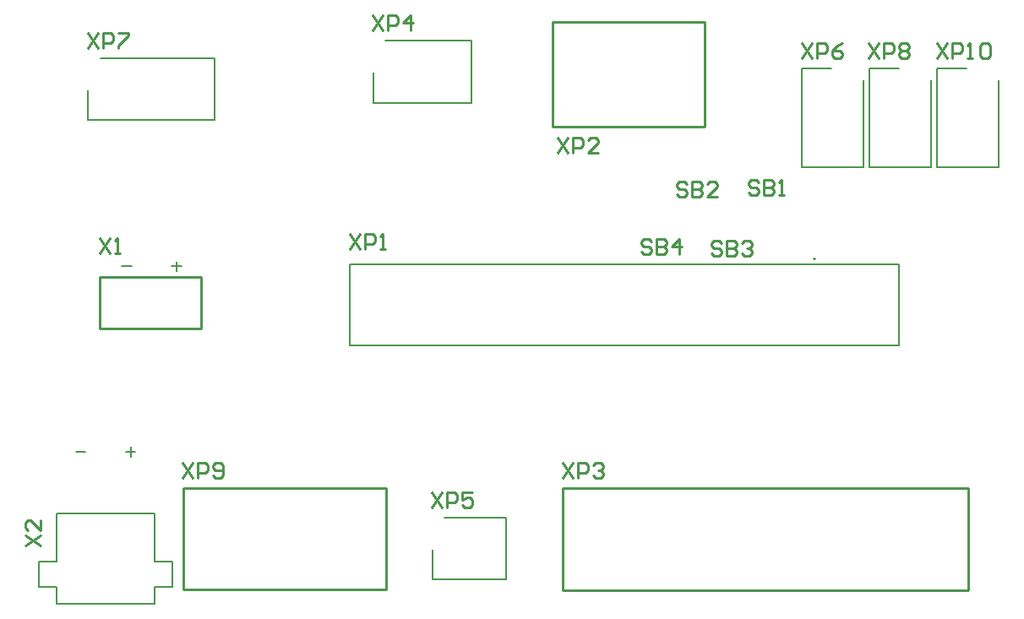
<source format=gto>
G04*
G04 #@! TF.GenerationSoftware,Altium Limited,Altium Designer,20.0.12 (288)*
G04*
G04 Layer_Color=65535*
%FSLAX44Y44*%
%MOMM*%
G71*
G01*
G75*
%ADD10C,0.2000*%
%ADD11C,0.2540*%
%ADD12C,0.1500*%
%ADD13C,0.1270*%
D10*
X841500Y346000D02*
G03*
X841500Y346000I-1000J0D01*
G01*
X963000Y537000D02*
X993000D01*
X963000Y438000D02*
Y537000D01*
Y438000D02*
X1025000D01*
Y525000D01*
X895000Y537000D02*
X925000D01*
X895000Y438000D02*
Y537000D01*
Y438000D02*
X957000D01*
Y525000D01*
X125000Y547000D02*
X239500D01*
Y485000D02*
Y547000D01*
X112500Y485000D02*
X239500D01*
X112500D02*
Y515000D01*
X827500Y537000D02*
X857500D01*
X827500Y438000D02*
Y537000D01*
Y438000D02*
X889500D01*
Y525000D01*
X457500Y24500D02*
Y54500D01*
Y24500D02*
X531500D01*
Y86500D01*
X469500D02*
X531500D01*
X398000Y502500D02*
Y532500D01*
Y502500D02*
X497000D01*
Y564500D01*
X410000D02*
X497000D01*
D11*
X207800Y14450D02*
Y116450D01*
X411250D01*
Y14450D02*
Y116450D01*
X207800Y14450D02*
X411000D01*
X588100Y14050D02*
X791550D01*
X588100D02*
Y116050D01*
X588350D02*
X791550D01*
X994750Y14050D02*
Y116050D01*
X791300Y14050D02*
X994750D01*
X791550Y116050D02*
X994750D01*
X577622Y478961D02*
X679222D01*
X577622D02*
Y583355D01*
X679222D01*
X730022Y478961D02*
Y583355D01*
X628422Y478961D02*
X730022D01*
X628422Y583355D02*
X730022D01*
X124000Y276000D02*
X226000D01*
X124000D02*
Y328000D01*
X226000D01*
Y276000D02*
Y328000D01*
X374840Y370771D02*
X384997Y355536D01*
Y370771D02*
X374840Y355536D01*
X390075D02*
Y370771D01*
X397693D01*
X400232Y368232D01*
Y363153D01*
X397693Y360614D01*
X390075D01*
X405310Y355536D02*
X410388D01*
X407849D01*
Y370771D01*
X405310Y368232D01*
X582687Y467617D02*
X592843Y452383D01*
Y467617D02*
X582687Y452383D01*
X597922D02*
Y467617D01*
X605539D01*
X608078Y465078D01*
Y460000D01*
X605539Y457461D01*
X597922D01*
X623313Y452383D02*
X613157D01*
X623313Y462539D01*
Y465078D01*
X620774Y467617D01*
X615696D01*
X613157Y465078D01*
X457224Y112133D02*
X467381Y96898D01*
Y112133D02*
X457224Y96898D01*
X472459D02*
Y112133D01*
X480077D01*
X482616Y109594D01*
Y104515D01*
X480077Y101976D01*
X472459D01*
X497851Y112133D02*
X487694D01*
Y104515D01*
X492772Y107055D01*
X495312D01*
X497851Y104515D01*
Y99437D01*
X495312Y96898D01*
X490233D01*
X487694Y99437D01*
X962800Y562569D02*
X972957Y547334D01*
Y562569D02*
X962800Y547334D01*
X978035D02*
Y562569D01*
X985653D01*
X988192Y560030D01*
Y554952D01*
X985653Y552412D01*
X978035D01*
X993270Y547334D02*
X998348D01*
X995809D01*
Y562569D01*
X993270Y560030D01*
X1005966D02*
X1008505Y562569D01*
X1013584D01*
X1016123Y560030D01*
Y549873D01*
X1013584Y547334D01*
X1008505D01*
X1005966Y549873D01*
Y560030D01*
X206680Y141787D02*
X216837Y126552D01*
Y141787D02*
X206680Y126552D01*
X221915D02*
Y141787D01*
X229533D01*
X232072Y139248D01*
Y134170D01*
X229533Y131630D01*
X221915D01*
X237150Y129091D02*
X239689Y126552D01*
X244768D01*
X247307Y129091D01*
Y139248D01*
X244768Y141787D01*
X239689D01*
X237150Y139248D01*
Y136709D01*
X239689Y134170D01*
X247307D01*
X894696Y562569D02*
X904853Y547334D01*
Y562569D02*
X894696Y547334D01*
X909931D02*
Y562569D01*
X917549D01*
X920088Y560030D01*
Y554952D01*
X917549Y552412D01*
X909931D01*
X925166Y560030D02*
X927705Y562569D01*
X932784D01*
X935323Y560030D01*
Y557491D01*
X932784Y554952D01*
X935323Y552412D01*
Y549873D01*
X932784Y547334D01*
X927705D01*
X925166Y549873D01*
Y552412D01*
X927705Y554952D01*
X925166Y557491D01*
Y560030D01*
X927705Y554952D02*
X932784D01*
X112400Y572663D02*
X122557Y557428D01*
Y572663D02*
X112400Y557428D01*
X127635D02*
Y572663D01*
X135253D01*
X137792Y570124D01*
Y565046D01*
X135253Y562506D01*
X127635D01*
X142870Y572663D02*
X153027D01*
Y570124D01*
X142870Y559967D01*
Y557428D01*
X827386Y562569D02*
X837543Y547334D01*
Y562569D02*
X827386Y547334D01*
X842621D02*
Y562569D01*
X850239D01*
X852778Y560030D01*
Y554952D01*
X850239Y552412D01*
X842621D01*
X868013Y562569D02*
X862934Y560030D01*
X857856Y554952D01*
Y549873D01*
X860395Y547334D01*
X865474D01*
X868013Y549873D01*
Y552412D01*
X865474Y554952D01*
X857856D01*
X397726Y590039D02*
X407883Y574804D01*
Y590039D02*
X397726Y574804D01*
X412961D02*
Y590039D01*
X420579D01*
X423118Y587500D01*
Y582421D01*
X420579Y579882D01*
X412961D01*
X435814Y574804D02*
Y590039D01*
X428196Y582421D01*
X438353D01*
X588346Y141385D02*
X598503Y126150D01*
Y141385D02*
X588346Y126150D01*
X603581D02*
Y141385D01*
X611199D01*
X613738Y138846D01*
Y133767D01*
X611199Y131228D01*
X603581D01*
X618816Y138846D02*
X621355Y141385D01*
X626434D01*
X628973Y138846D01*
Y136307D01*
X626434Y133767D01*
X623895D01*
X626434D01*
X628973Y131228D01*
Y128689D01*
X626434Y126150D01*
X621355D01*
X618816Y128689D01*
X49882Y58804D02*
X65118Y68961D01*
X49882D02*
X65118Y58804D01*
Y84196D02*
Y74039D01*
X54961Y84196D01*
X52422D01*
X49882Y81657D01*
Y76578D01*
X52422Y74039D01*
X124396Y366961D02*
X134553Y351726D01*
Y366961D02*
X124396Y351726D01*
X139631D02*
X144709D01*
X142170D01*
Y366961D01*
X139631Y364422D01*
X676843Y363078D02*
X674304Y365617D01*
X669226D01*
X666687Y363078D01*
Y360539D01*
X669226Y358000D01*
X674304D01*
X676843Y355461D01*
Y352922D01*
X674304Y350382D01*
X669226D01*
X666687Y352922D01*
X681922Y365617D02*
Y350382D01*
X689539D01*
X692078Y352922D01*
Y355461D01*
X689539Y358000D01*
X681922D01*
X689539D01*
X692078Y360539D01*
Y363078D01*
X689539Y365617D01*
X681922D01*
X704774Y350382D02*
Y365617D01*
X697157Y358000D01*
X707313D01*
X746843Y362078D02*
X744304Y364618D01*
X739226D01*
X736687Y362078D01*
Y359539D01*
X739226Y357000D01*
X744304D01*
X746843Y354461D01*
Y351922D01*
X744304Y349383D01*
X739226D01*
X736687Y351922D01*
X751922Y364618D02*
Y349383D01*
X759539D01*
X762078Y351922D01*
Y354461D01*
X759539Y357000D01*
X751922D01*
X759539D01*
X762078Y359539D01*
Y362078D01*
X759539Y364618D01*
X751922D01*
X767157Y362078D02*
X769696Y364618D01*
X774774D01*
X777314Y362078D01*
Y359539D01*
X774774Y357000D01*
X772235D01*
X774774D01*
X777314Y354461D01*
Y351922D01*
X774774Y349383D01*
X769696D01*
X767157Y351922D01*
X712843Y421078D02*
X710304Y423618D01*
X705226D01*
X702687Y421078D01*
Y418539D01*
X705226Y416000D01*
X710304D01*
X712843Y413461D01*
Y410922D01*
X710304Y408382D01*
X705226D01*
X702687Y410922D01*
X717922Y423618D02*
Y408382D01*
X725539D01*
X728078Y410922D01*
Y413461D01*
X725539Y416000D01*
X717922D01*
X725539D01*
X728078Y418539D01*
Y421078D01*
X725539Y423618D01*
X717922D01*
X743313Y408382D02*
X733157D01*
X743313Y418539D01*
Y421078D01*
X740774Y423618D01*
X735696D01*
X733157Y421078D01*
X784382Y423078D02*
X781843Y425617D01*
X776765D01*
X774226Y423078D01*
Y420539D01*
X776765Y418000D01*
X781843D01*
X784382Y415461D01*
Y412922D01*
X781843Y410382D01*
X776765D01*
X774226Y412922D01*
X789461Y425617D02*
Y410382D01*
X797078D01*
X799618Y412922D01*
Y415461D01*
X797078Y418000D01*
X789461D01*
X797078D01*
X799618Y420539D01*
Y423078D01*
X797078Y425617D01*
X789461D01*
X804696Y410382D02*
X809774D01*
X807235D01*
Y425617D01*
X804696Y423078D01*
D12*
X925000Y259500D02*
Y340500D01*
X375000Y259500D02*
X925000D01*
X375000D02*
Y340500D01*
X925000D01*
X150000Y152500D02*
X160000D01*
X155000Y147500D02*
Y157500D01*
X100000Y152500D02*
X110000D01*
X80500Y90500D02*
X179500D01*
Y42500D02*
Y90500D01*
Y42500D02*
X196500D01*
Y17500D02*
Y42500D01*
X179500Y17500D02*
X196500D01*
X179500Y500D02*
Y17500D01*
X80500Y500D02*
X179500D01*
X80500D02*
Y17500D01*
X63500D02*
X80500D01*
X63500D02*
Y42500D01*
X80500D01*
Y90500D01*
D13*
X146000Y338500D02*
X156000D01*
X201000Y333500D02*
Y343500D01*
X196000Y338500D02*
X206000D01*
M02*

</source>
